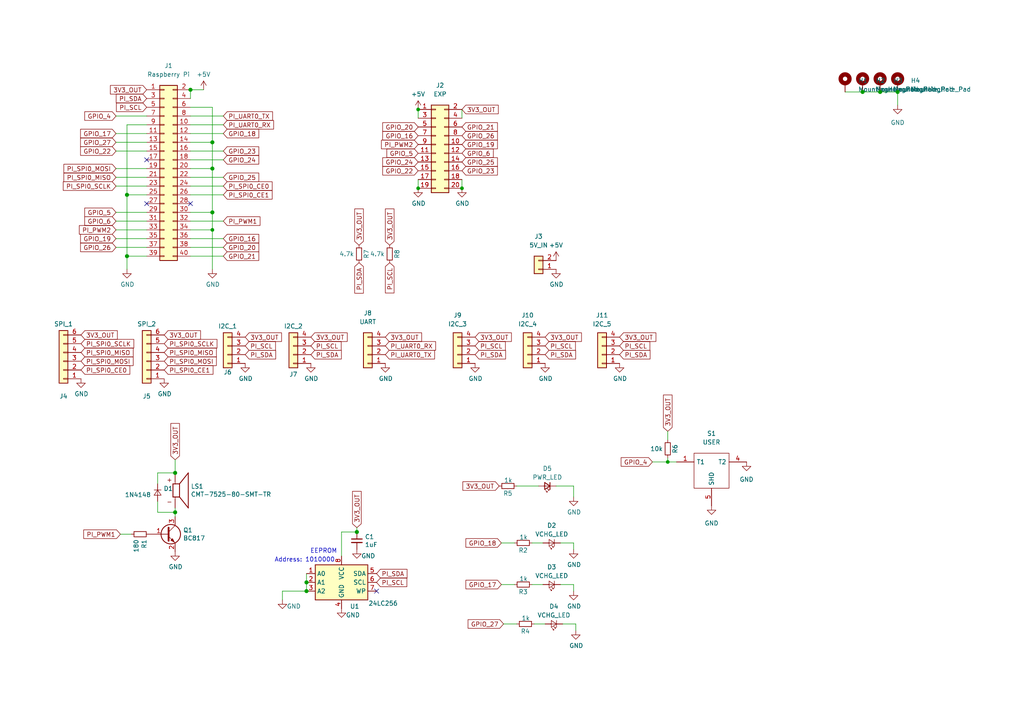
<source format=kicad_sch>
(kicad_sch (version 20211123) (generator eeschema)
  (paper "A4")
  (lib_symbols
    (symbol "CMT-7525-80-SMT-TR:CMT-7525-80-SMT-TR" (pin_numbers hide) (pin_names (offset 1.016) hide)
      (property "Reference" "LS" (at -3.81 8.89 0))
      (property "Value" "CMT-7525-80-SMT-TR" (at -3.81 -10.16 0))
      (symbol "CMT-7525-80-SMT-TR_0_0"
        (polyline (pts (xy -0.635 -1.905) (xy 0 -1.905)) (stroke (width 0.254)))
        (polyline (pts (xy -0.635 1.905) (xy -0.635 -1.905)) (stroke (width 0.254)))
        (polyline (pts (xy -0.635 1.905) (xy 0 1.905)) (stroke (width 0.254)))
        (polyline (pts (xy 0 -2.54) (xy 0 -1.905)) (stroke (width 0.1524)))
        (polyline (pts (xy 0 -1.905) (xy 1.27 -1.905)) (stroke (width 0.254)))
        (polyline (pts (xy 0 1.905) (xy 1.27 1.905)) (stroke (width 0.254)))
        (polyline (pts (xy 0 2.54) (xy 0 1.905)) (stroke (width 0.1524)))
        (polyline (pts (xy 1.27 -1.905) (xy 1.27 1.905)) (stroke (width 0.254)))
        (polyline (pts (xy 1.27 -1.905) (xy 3.81 -5.08)) (stroke (width 0.254)))
        (polyline (pts (xy 1.27 1.905) (xy 3.81 5.08)) (stroke (width 0.254)))
        (polyline (pts (xy 3.81 -5.08) (xy 3.81 5.08)) (stroke (width 0.254)))
        (text "+" (at -2.54 3.81 0) (effects (font (size 1.27 1.27)) (justify left top)))
        (text "-" (at -2.54 -2.54 0) (effects (font (size 1.27 1.27)) (justify left top)))
        (pin passive line (at 0 -5.08 90) (length 2.54) (name "~") (number "N"))
        (pin passive line (at 0 5.08 270) (length 2.54) (name "~") (number "P"))
      )
    )
    (symbol "Connector_Generic:Conn_01x02" (pin_names (offset 1.016) hide)
      (property "Reference" "J" (at 0 2.54 0))
      (property "Value" "Conn_01x02" (at 0 -5.08 0))
      (symbol "Conn_01x02_1_1"
        (rectangle (start -1.27 -2.413) (end 0 -2.667) (stroke (width 0.1524)))
        (rectangle (start -1.27 0.127) (end 0 -0.127) (stroke (width 0.1524)))
        (rectangle (start -1.27 1.27) (end 1.27 -3.81) (stroke (width 0.254)) (fill (type background)))
        (pin passive line (at -5.08 0 0) (length 3.81) (name "Pin_1") (number "1"))
        (pin passive line (at -5.08 -2.54 0) (length 3.81) (name "Pin_2") (number "2"))
      )
    )
    (symbol "Connector_Generic:Conn_01x04" (pin_names (offset 1.016) hide)
      (property "Reference" "J" (at 0 5.08 0))
      (property "Value" "Conn_01x04" (at 0 -7.62 0))
      (symbol "Conn_01x04_1_1"
        (rectangle (start -1.27 -4.953) (end 0 -5.207) (stroke (width 0.1524)))
        (rectangle (start -1.27 -2.413) (end 0 -2.667) (stroke (width 0.1524)))
        (rectangle (start -1.27 0.127) (end 0 -0.127) (stroke (width 0.1524)))
        (rectangle (start -1.27 2.667) (end 0 2.413) (stroke (width 0.1524)))
        (rectangle (start -1.27 3.81) (end 1.27 -6.35) (stroke (width 0.254)) (fill (type background)))
        (pin passive line (at -5.08 2.54 0) (length 3.81) (name "Pin_1") (number "1"))
        (pin passive line (at -5.08 0 0) (length 3.81) (name "Pin_2") (number "2"))
        (pin passive line (at -5.08 -2.54 0) (length 3.81) (name "Pin_3") (number "3"))
        (pin passive line (at -5.08 -5.08 0) (length 3.81) (name "Pin_4") (number "4"))
      )
    )
    (symbol "Connector_Generic:Conn_01x06" (pin_names (offset 1.016) hide)
      (property "Reference" "J" (at 0 7.62 0))
      (property "Value" "Conn_01x06" (at 0 -10.16 0))
      (symbol "Conn_01x06_1_1"
        (rectangle (start -1.27 -7.493) (end 0 -7.747) (stroke (width 0.1524)))
        (rectangle (start -1.27 -4.953) (end 0 -5.207) (stroke (width 0.1524)))
        (rectangle (start -1.27 -2.413) (end 0 -2.667) (stroke (width 0.1524)))
        (rectangle (start -1.27 0.127) (end 0 -0.127) (stroke (width 0.1524)))
        (rectangle (start -1.27 2.667) (end 0 2.413) (stroke (width 0.1524)))
        (rectangle (start -1.27 5.207) (end 0 4.953) (stroke (width 0.1524)))
        (rectangle (start -1.27 6.35) (end 1.27 -8.89) (stroke (width 0.254)) (fill (type background)))
        (pin passive line (at -5.08 5.08 0) (length 3.81) (name "Pin_1") (number "1"))
        (pin passive line (at -5.08 2.54 0) (length 3.81) (name "Pin_2") (number "2"))
        (pin passive line (at -5.08 0 0) (length 3.81) (name "Pin_3") (number "3"))
        (pin passive line (at -5.08 -2.54 0) (length 3.81) (name "Pin_4") (number "4"))
        (pin passive line (at -5.08 -5.08 0) (length 3.81) (name "Pin_5") (number "5"))
        (pin passive line (at -5.08 -7.62 0) (length 3.81) (name "Pin_6") (number "6"))
      )
    )
    (symbol "Connector_Generic:Conn_02x10_Odd_Even" (pin_names (offset 1.016) hide)
      (property "Reference" "J" (at 1.27 12.7 0))
      (property "Value" "Conn_02x10_Odd_Even" (at 1.27 -15.24 0))
      (symbol "Conn_02x10_Odd_Even_1_1"
        (rectangle (start -1.27 -12.573) (end 0 -12.827) (stroke (width 0.1524)))
        (rectangle (start -1.27 -10.033) (end 0 -10.287) (stroke (width 0.1524)))
        (rectangle (start -1.27 -7.493) (end 0 -7.747) (stroke (width 0.1524)))
        (rectangle (start -1.27 -4.953) (end 0 -5.207) (stroke (width 0.1524)))
        (rectangle (start -1.27 -2.413) (end 0 -2.667) (stroke (width 0.1524)))
        (rectangle (start -1.27 0.127) (end 0 -0.127) (stroke (width 0.1524)))
        (rectangle (start -1.27 2.667) (end 0 2.413) (stroke (width 0.1524)))
        (rectangle (start -1.27 5.207) (end 0 4.953) (stroke (width 0.1524)))
        (rectangle (start -1.27 7.747) (end 0 7.493) (stroke (width 0.1524)))
        (rectangle (start -1.27 10.287) (end 0 10.033) (stroke (width 0.1524)))
        (rectangle (start -1.27 11.43) (end 3.81 -13.97) (stroke (width 0.254)) (fill (type background)))
        (rectangle (start 3.81 -12.573) (end 2.54 -12.827) (stroke (width 0.1524)))
        (rectangle (start 3.81 -10.033) (end 2.54 -10.287) (stroke (width 0.1524)))
        (rectangle (start 3.81 -7.493) (end 2.54 -7.747) (stroke (width 0.1524)))
        (rectangle (start 3.81 -4.953) (end 2.54 -5.207) (stroke (width 0.1524)))
        (rectangle (start 3.81 -2.413) (end 2.54 -2.667) (stroke (width 0.1524)))
        (rectangle (start 3.81 0.127) (end 2.54 -0.127) (stroke (width 0.1524)))
        (rectangle (start 3.81 2.667) (end 2.54 2.413) (stroke (width 0.1524)))
        (rectangle (start 3.81 5.207) (end 2.54 4.953) (stroke (width 0.1524)))
        (rectangle (start 3.81 7.747) (end 2.54 7.493) (stroke (width 0.1524)))
        (rectangle (start 3.81 10.287) (end 2.54 10.033) (stroke (width 0.1524)))
        (pin passive line (at -5.08 10.16 0) (length 3.81) (name "Pin_1") (number "1"))
        (pin passive line (at 7.62 0 180) (length 3.81) (name "Pin_10") (number "10"))
        (pin passive line (at -5.08 -2.54 0) (length 3.81) (name "Pin_11") (number "11"))
        (pin passive line (at 7.62 -2.54 180) (length 3.81) (name "Pin_12") (number "12"))
        (pin passive line (at -5.08 -5.08 0) (length 3.81) (name "Pin_13") (number "13"))
        (pin passive line (at 7.62 -5.08 180) (length 3.81) (name "Pin_14") (number "14"))
        (pin passive line (at -5.08 -7.62 0) (length 3.81) (name "Pin_15") (number "15"))
        (pin passive line (at 7.62 -7.62 180) (length 3.81) (name "Pin_16") (number "16"))
        (pin passive line (at -5.08 -10.16 0) (length 3.81) (name "Pin_17") (number "17"))
        (pin passive line (at 7.62 -10.16 180) (length 3.81) (name "Pin_18") (number "18"))
        (pin passive line (at -5.08 -12.7 0) (length 3.81) (name "Pin_19") (number "19"))
        (pin passive line (at 7.62 10.16 180) (length 3.81) (name "Pin_2") (number "2"))
        (pin passive line (at 7.62 -12.7 180) (length 3.81) (name "Pin_20") (number "20"))
        (pin passive line (at -5.08 7.62 0) (length 3.81) (name "Pin_3") (number "3"))
        (pin passive line (at 7.62 7.62 180) (length 3.81) (name "Pin_4") (number "4"))
        (pin passive line (at -5.08 5.08 0) (length 3.81) (name "Pin_5") (number "5"))
        (pin passive line (at 7.62 5.08 180) (length 3.81) (name "Pin_6") (number "6"))
        (pin passive line (at -5.08 2.54 0) (length 3.81) (name "Pin_7") (number "7"))
        (pin passive line (at 7.62 2.54 180) (length 3.81) (name "Pin_8") (number "8"))
        (pin passive line (at -5.08 0 0) (length 3.81) (name "Pin_9") (number "9"))
      )
    )
    (symbol "Connector_Generic:Conn_02x20_Odd_Even" (pin_names (offset 1.016) hide)
      (property "Reference" "J" (at 1.27 25.4 0))
      (property "Value" "Conn_02x20_Odd_Even" (at 1.27 -27.94 0))
      (symbol "Conn_02x20_Odd_Even_1_1"
        (rectangle (start -1.27 -25.273) (end 0 -25.527) (stroke (width 0.1524)))
        (rectangle (start -1.27 -22.733) (end 0 -22.987) (stroke (width 0.1524)))
        (rectangle (start -1.27 -20.193) (end 0 -20.447) (stroke (width 0.1524)))
        (rectangle (start -1.27 -17.653) (end 0 -17.907) (stroke (width 0.1524)))
        (rectangle (start -1.27 -15.113) (end 0 -15.367) (stroke (width 0.1524)))
        (rectangle (start -1.27 -12.573) (end 0 -12.827) (stroke (width 0.1524)))
        (rectangle (start -1.27 -10.033) (end 0 -10.287) (stroke (width 0.1524)))
        (rectangle (start -1.27 -7.493) (end 0 -7.747) (stroke (width 0.1524)))
        (rectangle (start -1.27 -4.953) (end 0 -5.207) (stroke (width 0.1524)))
        (rectangle (start -1.27 -2.413) (end 0 -2.667) (stroke (width 0.1524)))
        (rectangle (start -1.27 0.127) (end 0 -0.127) (stroke (width 0.1524)))
        (rectangle (start -1.27 2.667) (end 0 2.413) (stroke (width 0.1524)))
        (rectangle (start -1.27 5.207) (end 0 4.953) (stroke (width 0.1524)))
        (rectangle (start -1.27 7.747) (end 0 7.493) (stroke (width 0.1524)))
        (rectangle (start -1.27 10.287) (end 0 10.033) (stroke (width 0.1524)))
        (rectangle (start -1.27 12.827) (end 0 12.573) (stroke (width 0.1524)))
        (rectangle (start -1.27 15.367) (end 0 15.113) (stroke (width 0.1524)))
        (rectangle (start -1.27 17.907) (end 0 17.653) (stroke (width 0.1524)))
        (rectangle (start -1.27 20.447) (end 0 20.193) (stroke (width 0.1524)))
        (rectangle (start -1.27 22.987) (end 0 22.733) (stroke (width 0.1524)))
        (rectangle (start -1.27 24.13) (end 3.81 -26.67) (stroke (width 0.254)) (fill (type background)))
        (rectangle (start 3.81 -25.273) (end 2.54 -25.527) (stroke (width 0.1524)))
        (rectangle (start 3.81 -22.733) (end 2.54 -22.987) (stroke (width 0.1524)))
        (rectangle (start 3.81 -20.193) (end 2.54 -20.447) (stroke (width 0.1524)))
        (rectangle (start 3.81 -17.653) (end 2.54 -17.907) (stroke (width 0.1524)))
        (rectangle (start 3.81 -15.113) (end 2.54 -15.367) (stroke (width 0.1524)))
        (rectangle (start 3.81 -12.573) (end 2.54 -12.827) (stroke (width 0.1524)))
        (rectangle (start 3.81 -10.033) (end 2.54 -10.287) (stroke (width 0.1524)))
        (rectangle (start 3.81 -7.493) (end 2.54 -7.747) (stroke (width 0.1524)))
        (rectangle (start 3.81 -4.953) (end 2.54 -5.207) (stroke (width 0.1524)))
        (rectangle (start 3.81 -2.413) (end 2.54 -2.667) (stroke (width 0.1524)))
        (rectangle (start 3.81 0.127) (end 2.54 -0.127) (stroke (width 0.1524)))
        (rectangle (start 3.81 2.667) (end 2.54 2.413) (stroke (width 0.1524)))
        (rectangle (start 3.81 5.207) (end 2.54 4.953) (stroke (width 0.1524)))
        (rectangle (start 3.81 7.747) (end 2.54 7.493) (stroke (width 0.1524)))
        (rectangle (start 3.81 10.287) (end 2.54 10.033) (stroke (width 0.1524)))
        (rectangle (start 3.81 12.827) (end 2.54 12.573) (stroke (width 0.1524)))
        (rectangle (start 3.81 15.367) (end 2.54 15.113) (stroke (width 0.1524)))
        (rectangle (start 3.81 17.907) (end 2.54 17.653) (stroke (width 0.1524)))
        (rectangle (start 3.81 20.447) (end 2.54 20.193) (stroke (width 0.1524)))
        (rectangle (start 3.81 22.987) (end 2.54 22.733) (stroke (width 0.1524)))
        (pin passive line (at -5.08 22.86 0) (length 3.81) (name "Pin_1") (number "1"))
        (pin passive line (at 7.62 12.7 180) (length 3.81) (name "Pin_10") (number "10"))
        (pin passive line (at -5.08 10.16 0) (length 3.81) (name "Pin_11") (number "11"))
        (pin passive line (at 7.62 10.16 180) (length 3.81) (name "Pin_12") (number "12"))
        (pin passive line (at -5.08 7.62 0) (length 3.81) (name "Pin_13") (number "13"))
        (pin passive line (at 7.62 7.62 180) (length 3.81) (name "Pin_14") (number "14"))
        (pin passive line (at -5.08 5.08 0) (length 3.81) (name "Pin_15") (number "15"))
        (pin passive line (at 7.62 5.08 180) (length 3.81) (name "Pin_16") (number "16"))
        (pin passive line (at -5.08 2.54 0) (length 3.81) (name "Pin_17") (number "17"))
        (pin passive line (at 7.62 2.54 180) (length 3.81) (name "Pin_18") (number "18"))
        (pin passive line (at -5.08 0 0) (length 3.81) (name "Pin_19") (number "19"))
        (pin passive line (at 7.62 22.86 180) (length 3.81) (name "Pin_2") (number "2"))
        (pin passive line (at 7.62 0 180) (length 3.81) (name "Pin_20") (number "20"))
        (pin passive line (at -5.08 -2.54 0) (length 3.81) (name "Pin_21") (number "21"))
        (pin passive line (at 7.62 -2.54 180) (length 3.81) (name "Pin_22") (number "22"))
        (pin passive line (at -5.08 -5.08 0) (length 3.81) (name "Pin_23") (number "23"))
        (pin passive line (at 7.62 -5.08 180) (length 3.81) (name "Pin_24") (number "24"))
        (pin passive line (at -5.08 -7.62 0) (length 3.81) (name "Pin_25") (number "25"))
        (pin passive line (at 7.62 -7.62 180) (length 3.81) (name "Pin_26") (number "26"))
        (pin passive line (at -5.08 -10.16 0) (length 3.81) (name "Pin_27") (number "27"))
        (pin passive line (at 7.62 -10.16 180) (length 3.81) (name "Pin_28") (number "28"))
        (pin passive line (at -5.08 -12.7 0) (length 3.81) (name "Pin_29") (number "29"))
        (pin passive line (at -5.08 20.32 0) (length 3.81) (name "Pin_3") (number "3"))
        (pin passive line (at 7.62 -12.7 180) (length 3.81) (name "Pin_30") (number "30"))
        (pin passive line (at -5.08 -15.24 0) (length 3.81) (name "Pin_31") (number "31"))
        (pin passive line (at 7.62 -15.24 180) (length 3.81) (name "Pin_32") (number "32"))
        (pin passive line (at -5.08 -17.78 0) (length 3.81) (name "Pin_33") (number "33"))
        (pin passive line (at 7.62 -17.78 180) (length 3.81) (name "Pin_34") (number "34"))
        (pin passive line (at -5.08 -20.32 0) (length 3.81) (name "Pin_35") (number "35"))
        (pin passive line (at 7.62 -20.32 180) (length 3.81) (name "Pin_36") (number "36"))
        (pin passive line (at -5.08 -22.86 0) (length 3.81) (name "Pin_37") (number "37"))
        (pin passive line (at 7.62 -22.86 180) (length 3.81) (name "Pin_38") (number "38"))
        (pin passive line (at -5.08 -25.4 0) (length 3.81) (name "Pin_39") (number "39"))
        (pin passive line (at 7.62 20.32 180) (length 3.81) (name "Pin_4") (number "4"))
        (pin passive line (at 7.62 -25.4 180) (length 3.81) (name "Pin_40") (number "40"))
        (pin passive line (at -5.08 17.78 0) (length 3.81) (name "Pin_5") (number "5"))
        (pin passive line (at 7.62 17.78 180) (length 3.81) (name "Pin_6") (number "6"))
        (pin passive line (at -5.08 15.24 0) (length 3.81) (name "Pin_7") (number "7"))
        (pin passive line (at 7.62 15.24 180) (length 3.81) (name "Pin_8") (number "8"))
        (pin passive line (at -5.08 12.7 0) (length 3.81) (name "Pin_9") (number "9"))
      )
    )
    (symbol "Device:C_Small" (pin_numbers hide) (pin_names (offset 0.254) hide)
      (property "Reference" "C" (at 0.254 1.778 0))
      (property "Value" "C_Small" (at 0.254 -2.032 0))
      (symbol "C_Small_0_1"
        (polyline (pts (xy -1.524 -0.508) (xy 1.524 -0.508)) (stroke (width 0.3302)))
        (polyline (pts (xy -1.524 0.508) (xy 1.524 0.508)) (stroke (width 0.3048)))
      )
      (symbol "C_Small_1_1"
        (pin passive line (at 0 2.54 270) (length 2.032) (name "~") (number "1"))
        (pin passive line (at 0 -2.54 90) (length 2.032) (name "~") (number "2"))
      )
    )
    (symbol "Device:D_Small" (pin_numbers hide) (pin_names (offset 0.254) hide)
      (property "Reference" "D" (at -1.27 2.032 0))
      (property "Value" "D_Small" (at -3.81 -2.032 0))
      (symbol "D_Small_0_1"
        (polyline (pts (xy -0.762 -1.016) (xy -0.762 1.016)))
        (polyline (pts (xy -0.762 0) (xy 0.762 0)))
        (polyline (pts (xy 0.762 -1.016) (xy -0.762 0) (xy 0.762 1.016) (xy 0.762 -1.016)))
      )
      (symbol "D_Small_1_1"
        (pin passive line (at -2.54 0 0) (length 1.778) (name "K") (number "1"))
        (pin passive line (at 2.54 0 180) (length 1.778) (name "A") (number "2"))
      )
    )
    (symbol "Device:LED_Small" (pin_numbers hide) (pin_names (offset 0.254) hide)
      (property "Reference" "D" (at -1.27 3.175 0))
      (property "Value" "LED_Small" (at -4.445 -2.54 0))
      (symbol "LED_Small_0_1"
        (polyline (pts (xy -0.762 -1.016) (xy -0.762 1.016)))
        (polyline (pts (xy 1.016 0) (xy -0.762 0)))
        (polyline (pts (xy 0.762 -1.016) (xy -0.762 0) (xy 0.762 1.016) (xy 0.762 -1.016)))
        (polyline (pts (xy 0 0.762) (xy -0.508 1.27) (xy -0.254 1.27) (xy -0.508 1.27) (xy -0.508 1.016)))
        (polyline (pts (xy 0.508 1.27) (xy 0 1.778) (xy 0.254 1.778) (xy 0 1.778) (xy 0 1.524)))
      )
      (symbol "LED_Small_1_1"
        (pin passive line (at -2.54 0 0) (length 1.778) (name "K") (number "1"))
        (pin passive line (at 2.54 0 180) (length 1.778) (name "A") (number "2"))
      )
    )
    (symbol "Device:R_Small" (pin_numbers hide) (pin_names (offset 0.254) hide)
      (property "Reference" "R" (at 0.762 0.508 0))
      (property "Value" "R_Small" (at 0.762 -1.016 0))
      (symbol "R_Small_0_1"
        (rectangle (start -0.762 1.778) (end 0.762 -1.778) (stroke (width 0.2032)))
      )
      (symbol "R_Small_1_1"
        (pin passive line (at 0 2.54 270) (length 0.762) (name "~") (number "1"))
        (pin passive line (at 0 -2.54 90) (length 0.762) (name "~") (number "2"))
      )
    )
    (symbol "LED_Small_1" (pin_numbers hide) (pin_names (offset 0.254) hide)
      (property "Reference" "D" (at -1.27 3.175 0))
      (property "Value" "LED_Small_1" (at -4.445 -2.54 0))
      (symbol "LED_Small_1_0_1"
        (polyline (pts (xy -0.762 -1.016) (xy -0.762 1.016)) (stroke (width 0.254)))
        (polyline (pts (xy 1.016 0) (xy -0.762 0)))
        (polyline (pts (xy 0.762 -1.016) (xy -0.762 0) (xy 0.762 1.016) (xy 0.762 -1.016)) (stroke (width 0.254)))
        (polyline (pts (xy 0 0.762) (xy -0.508 1.27) (xy -0.254 1.27) (xy -0.508 1.27) (xy -0.508 1.016)))
        (polyline (pts (xy 0.508 1.27) (xy 0 1.778) (xy 0.254 1.778) (xy 0 1.778) (xy 0 1.524)))
      )
      (symbol "LED_Small_1_1_1"
        (pin passive line (at -2.54 0 0) (length 1.778) (name "K") (number "1"))
        (pin passive line (at 2.54 0 180) (length 1.778) (name "A") (number "2"))
      )
    )
    (symbol "Mechanical:MountingHole_Pad" (pin_numbers hide) (pin_names (offset 1.016) hide)
      (property "Reference" "H" (at 0 6.35 0))
      (property "Value" "MountingHole_Pad" (at 0 4.445 0))
      (symbol "MountingHole_Pad_0_1"
        (circle (center 0 1.27) (radius 1.27) (stroke (width 1.27)))
      )
      (symbol "MountingHole_Pad_1_1"
        (pin input line (at 0 -2.54 90) (length 2.54) (name "1") (number "1"))
      )
    )
    (symbol "Memory_EEPROM:24LC256"
      (property "Reference" "U" (at -6.35 6.35 0))
      (property "Value" "24LC256" (at 1.27 6.35 0))
      (symbol "24LC256_1_1"
        (rectangle (start -7.62 5.08) (end 7.62 -5.08) (stroke (width 0.254)) (fill (type background)))
        (pin input line (at -10.16 2.54 0) (length 2.54) (name "A0") (number "1"))
        (pin input line (at -10.16 0 0) (length 2.54) (name "A1") (number "2"))
        (pin input line (at -10.16 -2.54 0) (length 2.54) (name "A2") (number "3"))
        (pin power_in line (at 0 -7.62 90) (length 2.54) (name "GND") (number "4"))
        (pin bidirectional line (at 10.16 2.54 180) (length 2.54) (name "SDA") (number "5"))
        (pin input line (at 10.16 0 180) (length 2.54) (name "SCL") (number "6"))
        (pin input line (at 10.16 -2.54 180) (length 2.54) (name "WP") (number "7"))
        (pin power_in line (at 0 7.62 270) (length 2.54) (name "VCC") (number "8"))
      )
    )
    (symbol "SamacSys_Parts:TL6330AF200Q" (pin_names (offset 0.762))
      (property "Reference" "S1" (at 10.16 8.255 0))
      (property "Value" "TL6330AF200Q" (at 10.16 5.715 0))
      (symbol "TL6330AF200Q_0_0"
        (pin passive line (at 0 0 0) (length 5.08) (name "T1") (number "1"))
        (pin passive line (at 0 0 0) (length 5.08) hide (name "2") (number "2"))
        (pin passive line (at 20.32 0 180) (length 5.08) hide (name "3") (number "3"))
        (pin passive line (at 20.32 0 180) (length 5.08) (name "T2") (number "4"))
        (pin passive line (at 10.16 -12.7 90) (length 5.08) (name "SHD") (number "5"))
      )
      (symbol "TL6330AF200Q_0_1"
        (polyline (pts (xy 5.08 2.54) (xy 15.24 2.54) (xy 15.24 -7.62) (xy 5.08 -7.62) (xy 5.08 2.54)) (stroke (width 0.1524)))
      )
    )
    (symbol "Transistor_BJT:BC817" (pin_names (offset 0) hide)
      (property "Reference" "Q" (at 5.08 1.905 0))
      (property "Value" "BC817" (at 5.08 0 0))
      (symbol "BC817_0_1"
        (polyline (pts (xy 0.635 0.635) (xy 2.54 2.54)))
        (polyline (pts (xy 0.635 -0.635) (xy 2.54 -2.54) (xy 2.54 -2.54)))
        (polyline (pts (xy 0.635 1.905) (xy 0.635 -1.905) (xy 0.635 -1.905)) (stroke (width 0.508)))
        (polyline (pts (xy 1.27 -1.778) (xy 1.778 -1.27) (xy 2.286 -2.286) (xy 1.27 -1.778) (xy 1.27 -1.778)) (fill (type outline)))
        (circle (center 1.27 0) (radius 2.8194) (stroke (width 0.254)))
      )
      (symbol "BC817_1_1"
        (pin input line (at -5.08 0 0) (length 5.715) (name "B") (number "1"))
        (pin passive line (at 2.54 -5.08 90) (length 2.54) (name "E") (number "2"))
        (pin passive line (at 2.54 5.08 270) (length 2.54) (name "C") (number "3"))
      )
    )
    (symbol "power:+5V" (power) (pin_names (offset 0))
      (property "Value" "+5V" (at 0 3.556 0))
      (symbol "+5V_0_1"
        (polyline (pts (xy -0.762 1.27) (xy 0 2.54)))
        (polyline (pts (xy 0 0) (xy 0 2.54)))
        (polyline (pts (xy 0 2.54) (xy 0.762 1.27)))
      )
      (symbol "+5V_1_1"
        (pin power_in line (at 0 0 90) (length 0) hide (name "+5V") (number "1"))
      )
    )
    (symbol "power:GND" (power) (pin_names (offset 0))
      (property "Value" "GND" (at 0 -3.81 0))
      (symbol "GND_0_1"
        (polyline (pts (xy 0 0) (xy 0 -1.27) (xy 1.27 -1.27) (xy 0 -2.54) (xy -1.27 -1.27) (xy 0 -1.27)))
      )
      (symbol "GND_1_1"
        (pin power_in line (at 0 0 270) (length 0) hide (name "GND") (number "1"))
      )
    )
  )
  (junction (at 193.675 133.985))
  (junction (at 50.8 137.16) (diameter 1.016))
  (junction (at 61.595 48.895) (diameter 1.016))
  (junction (at 88.9 171.45) (diameter 1.016))
  (junction (at 36.83 56.515) (diameter 1.016))
  (junction (at 121.285 31.75))
  (junction (at 250.19 26.67) (diameter 1.016))
  (junction (at 121.285 54.61))
  (junction (at 61.595 66.675))
  (junction (at 255.27 26.67) (diameter 1.016))
  (junction (at 88.9 168.91) (diameter 1.016))
  (junction (at 133.985 54.61))
  (junction (at 61.595 41.275) (diameter 1.016))
  (junction (at 61.595 61.595) (diameter 1.016))
  (junction (at 55.245 26.035) (diameter 1.016))
  (junction (at 260.35 26.67) (diameter 1.016))
  (junction (at 103.505 154.305) (diameter 1.016))
  (junction (at 36.83 74.295) (diameter 1.016))
  (junction (at 50.8 148.59) (diameter 1.016))
  (no_connect (at 42.545 59.055))
  (no_connect (at 55.245 59.055))
  (no_connect (at 109.22 171.45))
  (no_connect (at 42.545 46.355))
  (wire (pts (xy 55.245 69.215) (xy 64.77 69.215)))
  (wire (pts (xy 34.925 154.94) (xy 38.1 154.94)))
  (wire (pts (xy 166.37 169.545) (xy 162.56 169.545)))
  (wire (pts (xy 133.985 52.07) (xy 133.985 54.61)))
  (wire (pts (xy 193.675 132.715) (xy 193.675 133.985)))
  (wire (pts (xy 166.37 157.48) (xy 162.56 157.48)))
  (wire (pts (xy 45.72 145.415) (xy 45.72 148.59)))
  (wire (pts (xy 99.06 161.29) (xy 99.06 154.305)))
  (wire (pts (xy 154.94 180.975) (xy 158.115 180.975)))
  (wire (pts (xy 55.245 43.815) (xy 64.77 43.815)))
  (wire (pts (xy 145.415 157.48) (xy 149.225 157.48)))
  (wire (pts (xy 55.245 33.655) (xy 64.77 33.655)))
  (wire (pts (xy 61.595 41.275) (xy 55.245 41.275)))
  (wire (pts (xy 33.655 61.595) (xy 42.545 61.595)))
  (wire (pts (xy 61.595 31.115) (xy 61.595 41.275)))
  (wire (pts (xy 167.005 182.88) (xy 167.005 180.975)))
  (wire (pts (xy 36.83 56.515) (xy 36.83 74.295)))
  (wire (pts (xy 50.8 133.35) (xy 50.8 137.16)))
  (wire (pts (xy 33.655 71.755) (xy 42.545 71.755)))
  (wire (pts (xy 33.655 48.895) (xy 42.545 48.895)))
  (wire (pts (xy 81.915 171.45) (xy 88.9 171.45)))
  (wire (pts (xy 45.72 137.16) (xy 50.8 137.16)))
  (wire (pts (xy 250.19 26.67) (xy 255.27 26.67)))
  (wire (pts (xy 103.505 153.035) (xy 103.505 154.305)))
  (wire (pts (xy 121.285 52.07) (xy 121.285 54.61)))
  (wire (pts (xy 55.245 38.735) (xy 64.77 38.735)))
  (wire (pts (xy 88.9 166.37) (xy 88.9 168.91)))
  (wire (pts (xy 50.8 147.32) (xy 50.8 148.59)))
  (wire (pts (xy 33.655 41.275) (xy 42.545 41.275)))
  (wire (pts (xy 33.655 33.655) (xy 42.545 33.655)))
  (wire (pts (xy 149.86 140.97) (xy 156.21 140.97)))
  (wire (pts (xy 55.245 36.195) (xy 64.77 36.195)))
  (wire (pts (xy 50.8 148.59) (xy 45.72 148.59)))
  (wire (pts (xy 33.655 51.435) (xy 42.545 51.435)))
  (wire (pts (xy 50.8 148.59) (xy 50.8 149.86)))
  (wire (pts (xy 61.595 41.275) (xy 61.595 48.895)))
  (wire (pts (xy 33.655 69.215) (xy 42.545 69.215)))
  (wire (pts (xy 55.245 74.295) (xy 64.77 74.295)))
  (wire (pts (xy 167.005 180.975) (xy 163.195 180.975)))
  (wire (pts (xy 193.675 125.095) (xy 193.675 127.635)))
  (wire (pts (xy 121.285 31.75) (xy 121.285 34.29)))
  (wire (pts (xy 33.655 43.815) (xy 42.545 43.815)))
  (wire (pts (xy 33.655 38.735) (xy 42.545 38.735)))
  (wire (pts (xy 61.595 66.675) (xy 61.595 78.105)))
  (wire (pts (xy 61.595 61.595) (xy 61.595 66.675)))
  (wire (pts (xy 42.545 36.195) (xy 36.83 36.195)))
  (wire (pts (xy 36.83 74.295) (xy 42.545 74.295)))
  (wire (pts (xy 55.245 31.115) (xy 61.595 31.115)))
  (wire (pts (xy 55.245 71.755) (xy 64.77 71.755)))
  (wire (pts (xy 36.83 74.295) (xy 36.83 78.105)))
  (wire (pts (xy 55.245 53.975) (xy 64.77 53.975)))
  (wire (pts (xy 55.245 26.035) (xy 55.245 28.575)))
  (wire (pts (xy 145.415 169.545) (xy 149.225 169.545)))
  (wire (pts (xy 133.985 31.75) (xy 133.985 34.29)))
  (wire (pts (xy 36.83 56.515) (xy 42.545 56.515)))
  (wire (pts (xy 255.27 26.67) (xy 260.35 26.67)))
  (wire (pts (xy 146.05 180.975) (xy 149.86 180.975)))
  (wire (pts (xy 81.915 173.99) (xy 81.915 171.45)))
  (wire (pts (xy 55.245 64.135) (xy 64.77 64.135)))
  (wire (pts (xy 45.72 140.335) (xy 45.72 137.16)))
  (wire (pts (xy 99.06 154.305) (xy 103.505 154.305)))
  (wire (pts (xy 61.595 48.895) (xy 61.595 61.595)))
  (wire (pts (xy 55.245 66.675) (xy 61.595 66.675)))
  (wire (pts (xy 55.245 46.355) (xy 64.77 46.355)))
  (wire (pts (xy 55.245 51.435) (xy 64.77 51.435)))
  (wire (pts (xy 55.245 56.515) (xy 64.77 56.515)))
  (wire (pts (xy 154.305 169.545) (xy 157.48 169.545)))
  (wire (pts (xy 166.37 144.145) (xy 166.37 140.97)))
  (wire (pts (xy 166.37 140.97) (xy 161.29 140.97)))
  (wire (pts (xy 154.305 157.48) (xy 157.48 157.48)))
  (wire (pts (xy 33.655 64.135) (xy 42.545 64.135)))
  (wire (pts (xy 166.37 171.45) (xy 166.37 169.545)))
  (wire (pts (xy 245.11 26.67) (xy 250.19 26.67)))
  (wire (pts (xy 61.595 48.895) (xy 55.245 48.895)))
  (wire (pts (xy 61.595 61.595) (xy 55.245 61.595)))
  (wire (pts (xy 33.655 66.675) (xy 42.545 66.675)))
  (wire (pts (xy 260.35 26.67) (xy 260.35 30.48)))
  (wire (pts (xy 36.83 36.195) (xy 36.83 56.515)))
  (wire (pts (xy 166.37 159.385) (xy 166.37 157.48)))
  (wire (pts (xy 55.245 26.035) (xy 59.055 26.035)))
  (wire (pts (xy 33.655 53.975) (xy 42.545 53.975)))
  (wire (pts (xy 88.9 168.91) (xy 88.9 171.45)))
  (wire (pts (xy 189.23 133.985) (xy 193.675 133.985)))
  (wire (pts (xy 193.675 133.985) (xy 196.215 133.985)))
  (text "Address: 1010000\n" (at 97.155 163.195 180) (effects (font (size 1.27 1.27)) (justify right bottom)))
  (text "EEPROM" (at 97.79 160.655 180) (effects (font (size 1.27 1.27)) (justify right bottom)))
  (global_label "GPIO_22" (shape input) (at 121.285 49.53 180) (property "Intersheet References" "${INTERSHEET_REFS}" (effects hide)))
  (global_label "GPIO_6" (shape input) (at 133.985 44.45 0) (property "Intersheet References" "${INTERSHEET_REFS}" (effects hide)))
  (global_label "GPIO_5" (shape input) (at 33.655 61.595 180) (property "Intersheet References" "${INTERSHEET_REFS}" (effects hide)))
  (global_label "PI_UART0_RX" (shape input) (at 64.77 36.195 0) (property "Intersheet References" "${INTERSHEET_REFS}" (effects hide)))
  (global_label "GPIO_5" (shape input) (at 121.285 44.45 180) (property "Intersheet References" "${INTERSHEET_REFS}" (effects hide)))
  (global_label "3V3_OUT" (shape input) (at 47.625 97.155 0) (property "Intersheet References" "${INTERSHEET_REFS}" (effects hide)))
  (global_label "PI_SPI0_MOSI" (shape input) (at 33.655 48.895 180) (property "Intersheet References" "${INTERSHEET_REFS}" (effects hide)))
  (global_label "3V3_OUT" (shape input) (at 111.76 97.79 0) (property "Intersheet References" "${INTERSHEET_REFS}" (effects hide)))
  (global_label "3V3_OUT" (shape input) (at 193.675 125.095 90) (property "Intersheet References" "${INTERSHEET_REFS}" (effects hide)))
  (global_label "PI_SPI0_SCLK" (shape input) (at 47.625 99.695 0) (property "Intersheet References" "${INTERSHEET_REFS}" (effects hide)))
  (global_label "PI_PWM1" (shape input) (at 64.77 64.135 0) (property "Intersheet References" "${INTERSHEET_REFS}" (effects hide)))
  (global_label "3V3_OUT" (shape input) (at 113.03 71.12 90) (property "Intersheet References" "${INTERSHEET_REFS}" (effects hide)))
  (global_label "GPIO_23" (shape input) (at 133.985 49.53 0) (property "Intersheet References" "${INTERSHEET_REFS}" (effects hide)))
  (global_label "PI_SPI0_CE1" (shape input) (at 47.625 107.315 0) (property "Intersheet References" "${INTERSHEET_REFS}" (effects hide)))
  (global_label "GPIO_4" (shape input) (at 33.655 33.655 180) (property "Intersheet References" "${INTERSHEET_REFS}" (effects hide)))
  (global_label "GPIO_4" (shape input) (at 189.23 133.985 180) (property "Intersheet References" "${INTERSHEET_REFS}" (effects hide)))
  (global_label "PI_SPI0_MISO" (shape input) (at 47.625 102.235 0) (property "Intersheet References" "${INTERSHEET_REFS}" (effects hide)))
  (global_label "PI_SCL" (shape input) (at 71.12 100.33 0) (property "Intersheet References" "${INTERSHEET_REFS}" (effects hide)))
  (global_label "3V3_OUT" (shape input) (at 50.8 133.35 90) (property "Intersheet References" "${INTERSHEET_REFS}" (effects hide)))
  (global_label "3V3_OUT" (shape input) (at 23.495 97.155 0) (property "Intersheet References" "${INTERSHEET_REFS}" (effects hide)))
  (global_label "PI_SCL" (shape input) (at 137.795 100.33 0) (property "Intersheet References" "${INTERSHEET_REFS}" (effects hide)))
  (global_label "PI_SPI0_MOSI" (shape input) (at 47.625 104.775 0) (property "Intersheet References" "${INTERSHEET_REFS}" (effects hide)))
  (global_label "GPIO_21" (shape input) (at 64.77 74.295 0) (property "Intersheet References" "${INTERSHEET_REFS}" (effects hide)))
  (global_label "GPIO_19" (shape input) (at 133.985 41.91 0) (property "Intersheet References" "${INTERSHEET_REFS}" (effects hide)))
  (global_label "3V3_OUT" (shape input) (at 71.12 97.79 0) (property "Intersheet References" "${INTERSHEET_REFS}" (effects hide)))
  (global_label "3V3_OUT" (shape input) (at 144.78 140.97 180) (property "Intersheet References" "${INTERSHEET_REFS}" (effects hide)))
  (global_label "GPIO_16" (shape input) (at 121.285 39.37 180) (property "Intersheet References" "${INTERSHEET_REFS}" (effects hide)))
  (global_label "PI_PWM2" (shape input) (at 121.285 41.91 180) (property "Intersheet References" "${INTERSHEET_REFS}" (effects hide)))
  (global_label "GPIO_22" (shape input) (at 33.655 43.815 180) (property "Intersheet References" "${INTERSHEET_REFS}" (effects hide)))
  (global_label "PI_SDA" (shape input) (at 104.14 76.2 270) (property "Intersheet References" "${INTERSHEET_REFS}" (effects hide)))
  (global_label "GPIO_18" (shape input) (at 145.415 157.48 180) (property "Intersheet References" "${INTERSHEET_REFS}" (effects hide)))
  (global_label "PI_SCL" (shape input) (at 90.17 100.33 0) (property "Intersheet References" "${INTERSHEET_REFS}" (effects hide)))
  (global_label "GPIO_26" (shape input) (at 133.985 39.37 0) (property "Intersheet References" "${INTERSHEET_REFS}" (effects hide)))
  (global_label "3V3_OUT" (shape input) (at 179.705 97.79 0) (property "Intersheet References" "${INTERSHEET_REFS}" (effects hide)))
  (global_label "PI_SCL" (shape input) (at 158.115 100.33 0) (property "Intersheet References" "${INTERSHEET_REFS}" (effects hide)))
  (global_label "PI_SPI0_MOSI" (shape input) (at 23.495 104.775 0) (property "Intersheet References" "${INTERSHEET_REFS}" (effects hide)))
  (global_label "PI_SDA" (shape input) (at 137.795 102.87 0) (property "Intersheet References" "${INTERSHEET_REFS}" (effects hide)))
  (global_label "GPIO_27" (shape input) (at 146.05 180.975 180) (property "Intersheet References" "${INTERSHEET_REFS}" (effects hide)))
  (global_label "GPIO_21" (shape input) (at 133.985 36.83 0) (property "Intersheet References" "${INTERSHEET_REFS}" (effects hide)))
  (global_label "PI_SDA" (shape input) (at 158.115 102.87 0) (property "Intersheet References" "${INTERSHEET_REFS}" (effects hide)))
  (global_label "PI_PWM1" (shape input) (at 34.925 154.94 180) (property "Intersheet References" "${INTERSHEET_REFS}" (effects hide)))
  (global_label "PI_SPI0_CE0" (shape input) (at 23.495 107.315 0) (property "Intersheet References" "${INTERSHEET_REFS}" (effects hide)))
  (global_label "GPIO_19" (shape input) (at 33.655 69.215 180) (property "Intersheet References" "${INTERSHEET_REFS}" (effects hide)))
  (global_label "PI_PWM2" (shape input) (at 33.655 66.675 180) (property "Intersheet References" "${INTERSHEET_REFS}" (effects hide)))
  (global_label "GPIO_23" (shape input) (at 64.77 43.815 0) (property "Intersheet References" "${INTERSHEET_REFS}" (effects hide)))
  (global_label "3V3_OUT" (shape input) (at 103.505 153.035 90) (property "Intersheet References" "${INTERSHEET_REFS}" (effects hide)))
  (global_label "GPIO_26" (shape input) (at 33.655 71.755 180) (property "Intersheet References" "${INTERSHEET_REFS}" (effects hide)))
  (global_label "3V3_OUT" (shape input) (at 90.17 97.79 0) (property "Intersheet References" "${INTERSHEET_REFS}" (effects hide)))
  (global_label "PI_SDA" (shape input) (at 179.705 102.87 0) (property "Intersheet References" "${INTERSHEET_REFS}" (effects hide)))
  (global_label "3V3_OUT" (shape input) (at 133.985 31.75 0) (property "Intersheet References" "${INTERSHEET_REFS}" (effects hide)))
  (global_label "PI_SPI0_SCLK" (shape input) (at 33.655 53.975 180) (property "Intersheet References" "${INTERSHEET_REFS}" (effects hide)))
  (global_label "PI_SDA" (shape input) (at 90.17 102.87 0) (property "Intersheet References" "${INTERSHEET_REFS}" (effects hide)))
  (global_label "PI_SPI0_CE0" (shape input) (at 64.77 53.975 0) (property "Intersheet References" "${INTERSHEET_REFS}" (effects hide)))
  (global_label "GPIO_17" (shape input) (at 145.415 169.545 180) (property "Intersheet References" "${INTERSHEET_REFS}" (effects hide)))
  (global_label "PI_SCL" (shape input) (at 42.545 31.115 180) (property "Intersheet References" "${INTERSHEET_REFS}" (effects hide)))
  (global_label "GPIO_20" (shape input) (at 64.77 71.755 0) (property "Intersheet References" "${INTERSHEET_REFS}" (effects hide)))
  (global_label "3V3_OUT" (shape input) (at 42.545 26.035 180) (property "Intersheet References" "${INTERSHEET_REFS}" (effects hide)))
  (global_label "PI_SCL" (shape input) (at 109.22 168.91 0) (property "Intersheet References" "${INTERSHEET_REFS}" (effects hide)))
  (global_label "3V3_OUT" (shape input) (at 137.795 97.79 0) (property "Intersheet References" "${INTERSHEET_REFS}" (effects hide)))
  (global_label "PI_SCL" (shape input) (at 179.705 100.33 0) (property "Intersheet References" "${INTERSHEET_REFS}" (effects hide)))
  (global_label "PI_SDA" (shape input) (at 71.12 102.87 0) (property "Intersheet References" "${INTERSHEET_REFS}" (effects hide)))
  (global_label "GPIO_27" (shape input) (at 33.655 41.275 180) (property "Intersheet References" "${INTERSHEET_REFS}" (effects hide)))
  (global_label "PI_SCL" (shape input) (at 113.03 76.2 270) (property "Intersheet References" "${INTERSHEET_REFS}" (effects hide)))
  (global_label "GPIO_25" (shape input) (at 64.77 51.435 0) (property "Intersheet References" "${INTERSHEET_REFS}" (effects hide)))
  (global_label "GPIO_20" (shape input) (at 121.285 36.83 180) (property "Intersheet References" "${INTERSHEET_REFS}" (effects hide)))
  (global_label "GPIO_24" (shape input) (at 64.77 46.355 0) (property "Intersheet References" "${INTERSHEET_REFS}" (effects hide)))
  (global_label "PI_SPI0_CE1" (shape input) (at 64.77 56.515 0) (property "Intersheet References" "${INTERSHEET_REFS}" (effects hide)))
  (global_label "PI_SDA" (shape input) (at 42.545 28.575 180) (property "Intersheet References" "${INTERSHEET_REFS}" (effects hide)))
  (global_label "GPIO_16" (shape input) (at 64.77 69.215 0) (property "Intersheet References" "${INTERSHEET_REFS}" (effects hide)))
  (global_label "GPIO_24" (shape input) (at 121.285 46.99 180) (property "Intersheet References" "${INTERSHEET_REFS}" (effects hide)))
  (global_label "PI_SPI0_SCLK" (shape input) (at 23.495 99.695 0) (property "Intersheet References" "${INTERSHEET_REFS}" (effects hide)))
  (global_label "GPIO_17" (shape input) (at 33.655 38.735 180) (property "Intersheet References" "${INTERSHEET_REFS}" (effects hide)))
  (global_label "GPIO_25" (shape input) (at 133.985 46.99 0) (property "Intersheet References" "${INTERSHEET_REFS}" (effects hide)))
  (global_label "PI_UART0_TX" (shape input) (at 111.76 102.87 0) (property "Intersheet References" "${INTERSHEET_REFS}" (effects hide)))
  (global_label "PI_UART0_TX" (shape input) (at 64.77 33.655 0) (property "Intersheet References" "${INTERSHEET_REFS}" (effects hide)))
  (global_label "PI_SPI0_MISO" (shape input) (at 23.495 102.235 0) (property "Intersheet References" "${INTERSHEET_REFS}" (effects hide)))
  (global_label "3V3_OUT" (shape input) (at 158.115 97.79 0) (property "Intersheet References" "${INTERSHEET_REFS}" (effects hide)))
  (global_label "PI_SDA" (shape input) (at 109.22 166.37 0) (property "Intersheet References" "${INTERSHEET_REFS}" (effects hide)))
  (global_label "GPIO_18" (shape input) (at 64.77 38.735 0) (property "Intersheet References" "${INTERSHEET_REFS}" (effects hide)))
  (global_label "3V3_OUT" (shape input) (at 104.14 71.12 90) (property "Intersheet References" "${INTERSHEET_REFS}" (effects hide)))
  (global_label "GPIO_6" (shape input) (at 33.655 64.135 180) (property "Intersheet References" "${INTERSHEET_REFS}" (effects hide)))
  (global_label "PI_SPI0_MISO" (shape input) (at 33.655 51.435 180) (property "Intersheet References" "${INTERSHEET_REFS}" (effects hide)))
  (global_label "PI_UART0_RX" (shape input) (at 111.76 100.33 0) (property "Intersheet References" "${INTERSHEET_REFS}" (effects hide)))
  (symbol (lib_id "power:GND") (at 103.505 159.385 0) (unit 1)
    (property "Reference" "#PWR0128" (effects hide))
    (property "Value" "GND" (at 106.807 161.2392 0))
  )
  (symbol (lib_id "Device:LED_Small") (at 160.655 180.975 180) (unit 1)
    (property "Reference" "D4" (at 160.655 175.895 0))
    (property "Value" "VCHG_LED" (at 160.655 178.435 0))
    (property "Footprint" "LED_SMD:LED_0402_1005Metric" (effects hide))
  )
  (symbol (lib_id "power:GND") (at 137.795 105.41 0) (unit 1)
    (property "Reference" "#PWR0114" (effects hide))
    (property "Value" "GND" (at 137.922 109.8042 0))
  )
  (symbol (lib_id "power:GND") (at 216.535 133.985 0) (unit 1)
    (property "Reference" "#PWR0121" (effects hide))
    (property "Value" "GND" (at 216.535 139.065 0))
  )
  (symbol (lib_id "Connector_Generic:Conn_01x06") (at 18.415 104.775 180) (unit 1)
    (property "Reference" "J4" (at 18.415 114.935 0))
    (property "Value" "SPI_1" (at 18.415 93.98 0))
    (property "Footprint" "Connector_Molex:Molex_KK-254_AE-6410-06A_1x06_P2.54mm_Vertical" (effects hide))
  )
  (symbol (lib_id "Device:D_Small") (at 45.72 142.875 270) (unit 1)
    (property "Reference" "D1" (at 47.4472 141.7066 90) (effects (justify left)))
    (property "Value" "1N4148" (at 36.195 143.51 90) (effects (justify left)))
    (property "Footprint" "Diode_SMD:D_0805_2012Metric_Pad1.15x1.40mm_HandSolder" (effects hide))
  )
  (symbol (lib_id "Device:LED_Small") (at 160.02 169.545 180) (unit 1)
    (property "Reference" "D3" (at 160.02 164.465 0))
    (property "Value" "VCHG_LED" (at 160.02 167.005 0))
    (property "Footprint" "LED_SMD:LED_0402_1005Metric" (effects hide))
  )
  (symbol (lib_id "Transistor_BJT:BC817") (at 48.26 154.94 0) (unit 1)
    (property "Reference" "Q1" (at 53.1114 153.7716 0) (effects (justify left)))
    (property "Value" "BC817" (at 53.1114 156.083 0) (effects (justify left)))
    (property "Footprint" "Package_TO_SOT_SMD:SOT-23" (effects hide))
    (property "Datasheet" "http://www.fairchildsemi.com/ds/BC/BC817.pdf" (effects hide))
  )
  (symbol (lib_id "power:GND") (at 206.375 146.685 0) (unit 1)
    (property "Reference" "#PWR0122" (effects hide))
    (property "Value" "GND" (at 206.375 151.765 0))
  )
  (symbol (lib_id "Mechanical:MountingHole_Pad") (at 260.35 24.13 0) (unit 1)
    (property "Reference" "H4" (at 264.16 23.3679 0) (effects (justify left)))
    (property "Value" "MountingHole_Pad" (at 264.16 25.9079 0) (effects (justify left)))
    (property "Footprint" "MountingHole:MountingHole_2.7mm_M2.5_DIN965" (effects hide))
  )
  (symbol (lib_id "Connector_Generic:Conn_01x04") (at 66.04 102.87 180) (unit 1)
    (property "Reference" "J6" (at 66.04 107.95 0))
    (property "Value" "I2C_1" (at 66.04 94.615 0))
    (property "Footprint" "Connector_Molex:Molex_KK-254_AE-6410-04A_1x04_P2.54mm_Vertical" (effects hide))
  )
  (symbol (lib_id "Device:C_Small") (at 103.505 156.845 0) (unit 1)
    (property "Reference" "C1" (at 105.8292 155.6956 0) (effects (justify left)))
    (property "Value" "1uF" (at 105.829 157.994 0) (effects (justify left)))
    (property "Footprint" "Capacitor_SMD:C_0805_2012Metric" (effects hide))
  )
  (symbol (lib_id "Connector_Generic:Conn_01x04") (at 132.715 102.87 180) (unit 1)
    (property "Reference" "J9" (at 132.715 91.44 0))
    (property "Value" "I2C_3" (at 132.715 93.98 0))
    (property "Footprint" "Connector_Molex:Molex_KK-254_AE-6410-04A_1x04_P2.54mm_Vertical" (effects hide))
  )
  (symbol (lib_id "SamacSys_Parts:TL6330AF200Q") (at 196.215 133.985 0) (unit 1)
    (property "Reference" "S1" (at 206.375 125.73 0))
    (property "Value" "USER" (at 206.375 128.27 0))
    (property "Footprint" "downloaded_parts:TL6330AF200Q" (effects hide))
    (property "Datasheet" "https://datasheet.datasheetarchive.com/originals/distributors/DKDS-1/15071.pdf" (effects hide))
    (property "Description" "E-SWITCH - TL6330AF200Q - TACTILE SW, SPST, 1VA, 32VDC, SMD" (effects hide))
    (property "Height" "1" (effects hide))
    (property "Mouser Part Number" "612-TL6330AF200Q" (effects hide))
    (property "Mouser Price/Stock" "https://www.mouser.co.uk/ProductDetail/E-Switch/TL6330AF200Q?qs=W0yvOO0ixfEUKtP%2FNRR8aw%3D%3D" (effects hide))
    (property "Manufacturer_Name" "E-Switch" (effects hide))
    (property "Manufacturer_Part_Number" "TL6330AF200Q" (effects hide))
  )
  (symbol (lib_id "power:GND") (at 121.285 54.61 0) (unit 1)
    (property "Reference" "#PWR0123" (effects hide))
    (property "Value" "GND" (at 121.412 59.0042 0))
  )
  (symbol (lib_id "power:GND") (at 50.8 160.02 0) (unit 1)
    (property "Reference" "#PWR0115" (effects hide))
    (property "Value" "GND" (at 50.927 164.4142 0))
  )
  (symbol (lib_id "power:GND") (at 260.35 30.48 0) (unit 1)
    (property "Reference" "#PWR0104" (effects hide))
    (property "Value" "GND" (at 260.35 35.56 0))
  )
  (symbol (lib_id "power:GND") (at 90.17 105.41 0) (unit 1)
    (property "Reference" "#PWR0110" (effects hide))
    (property "Value" "GND" (at 90.297 109.8042 0))
  )
  (symbol (lib_id "power:GND") (at 166.37 144.145 0) (unit 1)
    (property "Reference" "#PWR0120" (effects hide))
    (property "Value" "GND" (at 166.497 148.5392 0))
  )
  (symbol (lib_id "Memory_EEPROM:24LC256") (at 99.06 168.91 0) (unit 1)
    (property "Reference" "U1" (at 102.87 175.8758 0))
    (property "Value" "24LC256" (at 111.125 174.9995 0))
    (property "Footprint" "Package_DFN_QFN:DFN-8-1EP_6x5mm_P1.27mm_EP2x2mm" (effects hide))
    (property "Datasheet" "http://ww1.microchip.com/downloads/en/devicedoc/21203m.pdf" (effects hide))
  )
  (symbol (lib_id "Mechanical:MountingHole_Pad") (at 255.27 24.13 0) (unit 1)
    (property "Reference" "H3" (at 259.08 23.3679 0) (effects (justify left)))
    (property "Value" "MountingHole_Pad" (at 259.08 25.9079 0) (effects (justify left)))
    (property "Footprint" "MountingHole:MountingHole_2.7mm_M2.5_DIN965" (effects hide))
  )
  (symbol (lib_id "Device:R_Small") (at 151.765 157.48 270) (unit 1)
    (property "Reference" "R2" (at 150.3934 159.6136 90) (effects (justify left)))
    (property "Value" "1k" (at 150.622 155.8036 90) (effects (justify left)))
    (property "Footprint" "Resistor_SMD:R_0603_1608Metric" (effects hide))
  )
  (symbol (lib_id "Connector_Generic:Conn_01x04") (at 85.09 102.87 180) (unit 1)
    (property "Reference" "J7" (at 85.09 108.585 0))
    (property "Value" "I2C_2" (at 85.09 94.615 0))
    (property "Footprint" "Connector_Molex:Molex_KK-254_AE-6410-04A_1x04_P2.54mm_Vertical" (effects hide))
  )
  (symbol (lib_id "Connector_Generic:Conn_01x04") (at 174.625 102.87 180) (unit 1)
    (property "Reference" "J11" (at 174.625 91.44 0))
    (property "Value" "I2C_5" (at 174.625 93.98 0))
    (property "Footprint" "Connector_Molex:Molex_KK-254_AE-6410-04A_1x04_P2.54mm_Vertical" (effects hide))
  )
  (symbol (lib_id "Connector_Generic:Conn_02x20_Odd_Even") (at 47.625 48.895 0) (unit 1)
    (property "Reference" "J1" (at 48.895 19.05 0))
    (property "Value" "Raspberry Pi" (at 48.895 21.59 0))
    (property "Footprint" "Connector_PinSocket_2.54mm:PinSocket_2x20_P2.54mm_Vertical" (effects hide))
  )
  (symbol (lib_id "Device:R_Small") (at 151.765 169.545 270) (unit 1)
    (property "Reference" "R3" (at 150.3934 171.6786 90) (effects (justify left)))
    (property "Value" "1k" (at 150.622 167.8686 90) (effects (justify left)))
    (property "Footprint" "Resistor_SMD:R_0603_1608Metric" (effects hide))
  )
  (symbol (lib_id "power:GND") (at 36.83 78.105 0) (unit 1)
    (property "Reference" "#PWR0102" (effects hide))
    (property "Value" "GND" (at 36.957 82.4992 0))
  )
  (symbol (lib_id "power:GND") (at 167.005 182.88 0) (unit 1)
    (property "Reference" "#PWR0118" (effects hide))
    (property "Value" "GND" (at 167.132 187.2742 0))
  )
  (symbol (lib_id "power:GND") (at 23.495 109.855 0) (unit 1)
    (property "Reference" "#PWR0105" (effects hide))
    (property "Value" "GND" (at 23.622 114.2492 0))
  )
  (symbol (lib_id "Device:R_Small") (at 193.675 130.175 0) (unit 1)
    (property "Reference" "R6" (at 195.8086 131.5466 90) (effects (justify left)))
    (property "Value" "10k" (at 188.595 130.175 0) (effects (justify left)))
    (property "Footprint" "Resistor_SMD:R_0603_1608Metric" (effects hide))
  )
  (symbol (lib_id "CMT-7525-80-SMT-TR:CMT-7525-80-SMT-TR") (at 50.8 142.24 0) (unit 1)
    (property "Reference" "LS1" (at 55.3466 141.0716 0) (effects (justify left)))
    (property "Value" "CMT-7525-80-SMT-TR" (at 55.3466 143.383 0) (effects (justify left)))
    (property "Footprint" "downloaded_parts:XDCR_CMT-7525-80-SMT-TR" (effects hide))
    (property "Field4" "Manufacturer Recommendations" (effects hide))
    (property "Field5" "N/A" (effects hide))
    (property "Field6" "CUI Inc." (effects hide))
  )
  (symbol (lib_id "Device:LED_Small") (at 160.02 157.48 180) (unit 1)
    (property "Reference" "D2" (at 160.02 152.4 0))
    (property "Value" "VCHG_LED" (at 160.02 154.94 0))
    (property "Footprint" "LED_SMD:LED_0402_1005Metric" (effects hide))
  )
  (symbol (lib_id "Device:R_Small") (at 147.32 140.97 270) (unit 1)
    (property "Reference" "R5" (at 145.9484 143.1036 90) (effects (justify left)))
    (property "Value" "1k" (at 146.177 139.2936 90) (effects (justify left)))
    (property "Footprint" "Resistor_SMD:R_0603_1608Metric" (effects hide))
  )
  (symbol (lib_id "Device:R_Small") (at 104.14 73.66 0) (unit 1)
    (property "Reference" "R7" (at 106.2736 75.0316 90) (effects (justify left)))
    (property "Value" "4.7k" (at 98.425 73.66 0) (effects (justify left)))
    (property "Footprint" "Resistor_SMD:R_0603_1608Metric" (effects hide))
  )
  (symbol (lib_id "power:GND") (at 111.76 105.41 0) (unit 1)
    (property "Reference" "#PWR0113" (effects hide))
    (property "Value" "GND" (at 111.887 109.8042 0))
  )
  (symbol (lib_id "power:+5V") (at 161.29 75.565 0) (unit 1)
    (property "Reference" "#PWR0106" (effects hide))
    (property "Value" "+5V" (at 161.29 71.12 0))
  )
  (symbol (lib_id "Connector_Generic:Conn_01x04") (at 153.035 102.87 180) (unit 1)
    (property "Reference" "J10" (at 153.035 91.44 0))
    (property "Value" "I2C_4" (at 153.035 93.98 0))
    (property "Footprint" "Connector_Molex:Molex_KK-254_AE-6410-04A_1x04_P2.54mm_Vertical" (effects hide))
  )
  (symbol (lib_id "power:GND") (at 81.915 173.99 0) (unit 1)
    (property "Reference" "#PWR0127" (effects hide))
    (property "Value" "GND" (at 85.217 175.8442 0))
  )
  (symbol (lib_id "Connector_Generic:Conn_01x06") (at 42.545 104.775 180) (unit 1)
    (property "Reference" "J5" (at 42.545 114.935 0))
    (property "Value" "SPI_2" (at 42.545 93.98 0))
    (property "Footprint" "Connector_Molex:Molex_KK-254_AE-6410-06A_1x06_P2.54mm_Vertical" (effects hide))
  )
  (symbol (lib_id "power:+5V") (at 121.285 31.75 0) (unit 1)
    (property "Reference" "#PWR0109" (effects hide))
    (property "Value" "+5V" (at 121.285 27.305 0))
  )
  (symbol (lib_id "power:GND") (at 166.37 171.45 0) (unit 1)
    (property "Reference" "#PWR0117" (effects hide))
    (property "Value" "GND" (at 166.497 175.8442 0))
  )
  (symbol (lib_id "power:GND") (at 71.12 105.41 0) (unit 1)
    (property "Reference" "#PWR0108" (effects hide))
    (property "Value" "GND" (at 71.247 109.8042 0))
  )
  (symbol (lib_id "Connector_Generic:Conn_02x10_Odd_Even") (at 126.365 41.91 0) (unit 1)
    (property "Reference" "J2" (at 127.635 24.765 0))
    (property "Value" "EXP" (at 127.635 27.305 0))
    (property "Footprint" "Connector_PinHeader_2.54mm:PinHeader_2x10_P2.54mm_Vertical" (effects hide))
  )
  (symbol (lib_id "power:GND") (at 179.705 105.41 0) (unit 1)
    (property "Reference" "#PWR0125" (effects hide))
    (property "Value" "GND" (at 179.832 109.8042 0))
  )
  (symbol (lib_id "power:GND") (at 166.37 159.385 0) (unit 1)
    (property "Reference" "#PWR0119" (effects hide))
    (property "Value" "GND" (at 166.497 163.7792 0))
  )
  (symbol (lib_id "Connector_Generic:Conn_01x02") (at 156.21 78.105 180) (unit 1)
    (property "Reference" "J3" (at 156.21 68.58 0))
    (property "Value" "5V_IN" (at 156.21 71.12 0))
    (property "Footprint" "downloaded_parts:SHDRRA2W82P0X350_1X2_900X920X745P" (effects hide))
  )
  (symbol (lib_id "power:+5V") (at 59.055 26.035 0) (unit 1)
    (property "Reference" "#PWR0103" (effects hide))
    (property "Value" "+5V" (at 59.055 21.59 0))
  )
  (symbol (lib_id "Mechanical:MountingHole_Pad") (at 245.11 24.13 0) (unit 1)
    (property "Reference" "H1" (at 248.92 23.3679 0) (effects (justify left)))
    (property "Value" "MountingHole_Pad" (at 248.92 25.9079 0) (effects (justify left)))
    (property "Footprint" "MountingHole:MountingHole_2.7mm_M2.5_DIN965" (effects hide))
  )
  (symbol (lib_id "power:GND") (at 99.06 176.53 0) (unit 1)
    (property "Reference" "#PWR0129" (effects hide))
    (property "Value" "GND" (at 102.362 178.3842 0))
  )
  (symbol (lib_id "Device:R_Small") (at 40.64 154.94 270) (unit 1)
    (property "Reference" "R1" (at 41.8084 156.4386 0) (effects (justify left)))
    (property "Value" "180" (at 39.497 156.4386 0) (effects (justify left)))
    (property "Footprint" "Resistor_SMD:R_0603_1608Metric" (effects hide))
  )
  (symbol (lib_id "power:GND") (at 158.115 105.41 0) (unit 1)
    (property "Reference" "#PWR0124" (effects hide))
    (property "Value" "GND" (at 158.242 109.8042 0))
  )
  (symbol (lib_id "Device:R_Small") (at 152.4 180.975 270) (unit 1)
    (property "Reference" "R4" (at 151.0284 183.1086 90) (effects (justify left)))
    (property "Value" "1k" (at 151.257 179.2986 90) (effects (justify left)))
    (property "Footprint" "Resistor_SMD:R_0603_1608Metric" (effects hide))
  )
  (symbol (lib_id "power:GND") (at 161.29 78.105 0) (unit 1)
    (property "Reference" "#PWR0111" (effects hide))
    (property "Value" "GND" (at 161.417 82.4992 0))
  )
  (symbol (lib_id "power:GND") (at 47.625 109.855 0) (unit 1)
    (property "Reference" "#PWR0107" (effects hide))
    (property "Value" "GND" (at 47.752 114.2492 0))
  )
  (symbol (lib_name "LED_Small_1") (lib_id "Device:LED_Small") (at 158.75 140.97 180) (unit 1)
    (property "Reference" "D5" (at 158.75 135.89 0))
    (property "Value" "PWR_LED" (at 158.75 138.43 0))
    (property "Footprint" "LED_SMD:LED_0603_1608Metric" (effects hide))
  )
  (symbol (lib_id "Connector_Generic:Conn_01x04") (at 106.68 102.87 180) (unit 1)
    (property "Reference" "J8" (at 106.68 90.805 0))
    (property "Value" "UART" (at 106.68 93.345 0))
    (property "Footprint" "Connector_Molex:Molex_KK-254_AE-6410-04A_1x04_P2.54mm_Vertical" (effects hide))
  )
  (symbol (lib_id "Mechanical:MountingHole_Pad") (at 250.19 24.13 0) (unit 1)
    (property "Reference" "H2" (at 254 23.3679 0) (effects (justify left)))
    (property "Value" "MountingHole_Pad" (at 254 25.9079 0) (effects (justify left)))
    (property "Footprint" "MountingHole:MountingHole_2.7mm_M2.5_DIN965" (effects hide))
  )
  (symbol (lib_id "Device:R_Small") (at 113.03 73.66 0) (unit 1)
    (property "Reference" "R8" (at 115.1636 75.0316 90) (effects (justify left)))
    (property "Value" "4.7k" (at 107.315 73.66 0) (effects (justify left)))
    (property "Footprint" "Resistor_SMD:R_0603_1608Metric" (effects hide))
  )
  (symbol (lib_id "power:GND") (at 133.985 54.61 0) (unit 1)
    (property "Reference" "#PWR0112" (effects hide))
    (property "Value" "GND" (at 134.112 59.0042 0))
  )
  (symbol (lib_id "power:GND") (at 61.595 78.105 0) (unit 1)
    (property "Reference" "#PWR0101" (effects hide))
    (property "Value" "GND" (at 61.722 82.4992 0))
  )
)
</source>
